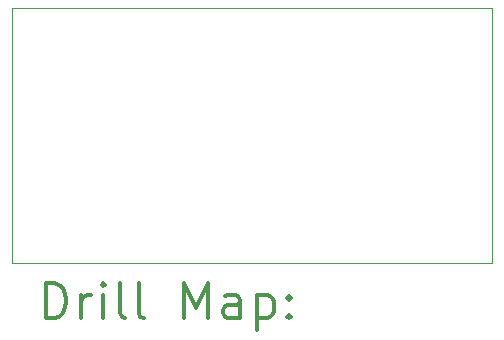
<source format=gbr>
%FSLAX45Y45*%
G04 Gerber Fmt 4.5, Leading zero omitted, Abs format (unit mm)*
G04 Created by KiCad (PCBNEW (5.1.8)-1) date 2021-01-01 08:41:14*
%MOMM*%
%LPD*%
G01*
G04 APERTURE LIST*
%TA.AperFunction,Profile*%
%ADD10C,0.050000*%
%TD*%
%ADD11C,0.200000*%
%ADD12C,0.300000*%
G04 APERTURE END LIST*
D10*
X15748000Y-8636000D02*
X15748000Y-10795000D01*
X11988800Y-8636000D02*
X11684000Y-8636000D01*
X15748000Y-8636000D02*
X11988800Y-8636000D01*
X12674600Y-10795000D02*
X15748000Y-10795000D01*
X11684000Y-10795000D02*
X12674600Y-10795000D01*
X11684000Y-8636000D02*
X11684000Y-10795000D01*
D11*
D12*
X11967928Y-11263214D02*
X11967928Y-10963214D01*
X12039357Y-10963214D01*
X12082214Y-10977500D01*
X12110786Y-11006072D01*
X12125071Y-11034643D01*
X12139357Y-11091786D01*
X12139357Y-11134643D01*
X12125071Y-11191786D01*
X12110786Y-11220357D01*
X12082214Y-11248929D01*
X12039357Y-11263214D01*
X11967928Y-11263214D01*
X12267928Y-11263214D02*
X12267928Y-11063214D01*
X12267928Y-11120357D02*
X12282214Y-11091786D01*
X12296500Y-11077500D01*
X12325071Y-11063214D01*
X12353643Y-11063214D01*
X12453643Y-11263214D02*
X12453643Y-11063214D01*
X12453643Y-10963214D02*
X12439357Y-10977500D01*
X12453643Y-10991786D01*
X12467928Y-10977500D01*
X12453643Y-10963214D01*
X12453643Y-10991786D01*
X12639357Y-11263214D02*
X12610786Y-11248929D01*
X12596500Y-11220357D01*
X12596500Y-10963214D01*
X12796500Y-11263214D02*
X12767928Y-11248929D01*
X12753643Y-11220357D01*
X12753643Y-10963214D01*
X13139357Y-11263214D02*
X13139357Y-10963214D01*
X13239357Y-11177500D01*
X13339357Y-10963214D01*
X13339357Y-11263214D01*
X13610786Y-11263214D02*
X13610786Y-11106072D01*
X13596500Y-11077500D01*
X13567928Y-11063214D01*
X13510786Y-11063214D01*
X13482214Y-11077500D01*
X13610786Y-11248929D02*
X13582214Y-11263214D01*
X13510786Y-11263214D01*
X13482214Y-11248929D01*
X13467928Y-11220357D01*
X13467928Y-11191786D01*
X13482214Y-11163214D01*
X13510786Y-11148929D01*
X13582214Y-11148929D01*
X13610786Y-11134643D01*
X13753643Y-11063214D02*
X13753643Y-11363214D01*
X13753643Y-11077500D02*
X13782214Y-11063214D01*
X13839357Y-11063214D01*
X13867928Y-11077500D01*
X13882214Y-11091786D01*
X13896500Y-11120357D01*
X13896500Y-11206071D01*
X13882214Y-11234643D01*
X13867928Y-11248929D01*
X13839357Y-11263214D01*
X13782214Y-11263214D01*
X13753643Y-11248929D01*
X14025071Y-11234643D02*
X14039357Y-11248929D01*
X14025071Y-11263214D01*
X14010786Y-11248929D01*
X14025071Y-11234643D01*
X14025071Y-11263214D01*
X14025071Y-11077500D02*
X14039357Y-11091786D01*
X14025071Y-11106072D01*
X14010786Y-11091786D01*
X14025071Y-11077500D01*
X14025071Y-11106072D01*
M02*

</source>
